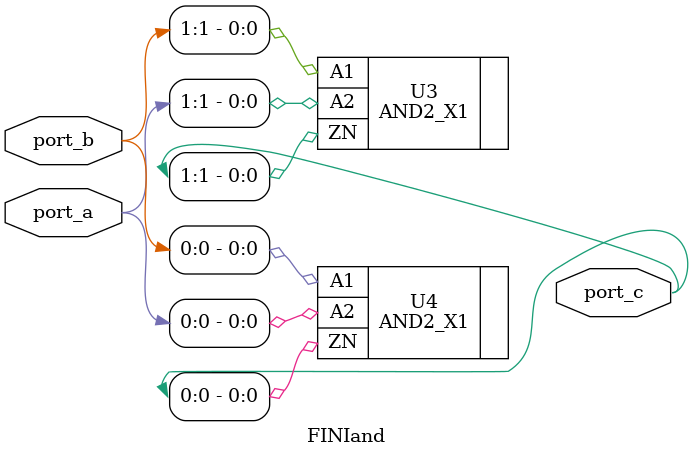
<source format=v>

module FINIand ( port_a, port_b, port_c );
  input [1:0] port_a;
  input [1:0] port_b;
  output [1:0] port_c;


  AND2_X1 U3 ( .A1(port_b[1]), .A2(port_a[1]), .ZN(port_c[1]) );
  AND2_X1 U4 ( .A1(port_b[0]), .A2(port_a[0]), .ZN(port_c[0]) );
endmodule


</source>
